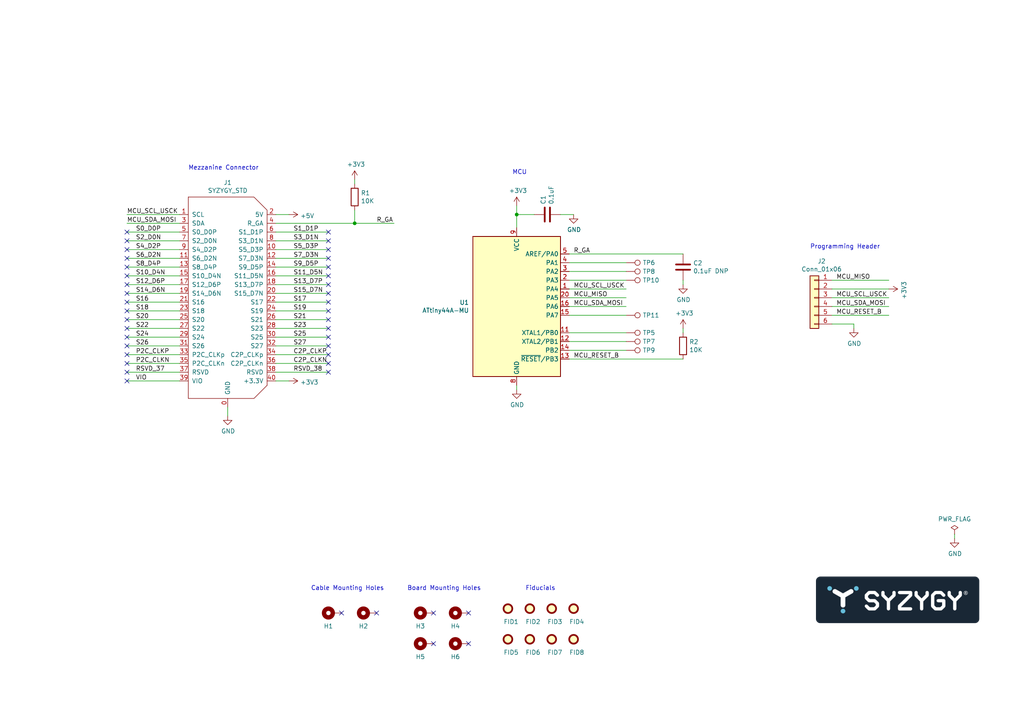
<source format=kicad_sch>
(kicad_sch (version 20211123) (generator eeschema)
  (paper "A4")
  (title_block (title "SZG-TEMPLATE-STD") (date "2021-04-01") (rev "A") (company "Opal Kelly Incorporated"))
  (lib_symbols
    (symbol "Connector:TestPoint" (pin_numbers hide) (pin_names (offset 0.762) hide)
      (property "Reference" "TP" (at 0 6.858 0))
      (property "Value" "TestPoint" (at 0 5.08 0))
      (symbol "TestPoint_0_1"
        (circle (center 0 3.302) (radius 0.762))
      )
      (symbol "TestPoint_1_1"
        (pin passive line (at 0 0 90) (length 2.54) (name "1") (number "1"))
      )
    )
    (symbol "Connector_Generic:Conn_01x06" (pin_names (offset 1.016) hide)
      (property "Reference" "J" (at 0 7.62 0))
      (property "Value" "Conn_01x06" (at 0 -10.16 0))
      (symbol "Conn_01x06_1_1"
        (rectangle (start -1.27 -7.493) (end 0 -7.747) (stroke (width 0.1524)))
        (rectangle (start -1.27 -4.953) (end 0 -5.207) (stroke (width 0.1524)))
        (rectangle (start -1.27 -2.413) (end 0 -2.667) (stroke (width 0.1524)))
        (rectangle (start -1.27 0.127) (end 0 -0.127) (stroke (width 0.1524)))
        (rectangle (start -1.27 2.667) (end 0 2.413) (stroke (width 0.1524)))
        (rectangle (start -1.27 5.207) (end 0 4.953) (stroke (width 0.1524)))
        (rectangle (start -1.27 6.35) (end 1.27 -8.89) (stroke (width 0.254)) (fill (type background)))
        (pin passive line (at -5.08 5.08 0) (length 3.81) (name "Pin_1") (number "1"))
        (pin passive line (at -5.08 2.54 0) (length 3.81) (name "Pin_2") (number "2"))
        (pin passive line (at -5.08 0 0) (length 3.81) (name "Pin_3") (number "3"))
        (pin passive line (at -5.08 -2.54 0) (length 3.81) (name "Pin_4") (number "4"))
        (pin passive line (at -5.08 -5.08 0) (length 3.81) (name "Pin_5") (number "5"))
        (pin passive line (at -5.08 -7.62 0) (length 3.81) (name "Pin_6") (number "6"))
      )
    )
    (symbol "Device:C" (pin_numbers hide) (pin_names (offset 0.254))
      (property "Reference" "C" (at 0.635 2.54 0))
      (property "Value" "C" (at 0.635 -2.54 0))
      (symbol "C_0_1"
        (polyline (pts (xy -2.032 -0.762) (xy 2.032 -0.762)) (stroke (width 0.508)))
        (polyline (pts (xy -2.032 0.762) (xy 2.032 0.762)) (stroke (width 0.508)))
      )
      (symbol "C_1_1"
        (pin passive line (at 0 3.81 270) (length 2.794) (name "~") (number "1"))
        (pin passive line (at 0 -3.81 90) (length 2.794) (name "~") (number "2"))
      )
    )
    (symbol "Device:R" (pin_numbers hide) (pin_names (offset 0))
      (property "Reference" "R" (at 2.032 0 90))
      (property "Value" "R" (at 0 0 90))
      (symbol "R_0_1"
        (rectangle (start -1.016 -2.54) (end 1.016 2.54) (stroke (width 0.254)))
      )
      (symbol "R_1_1"
        (pin passive line (at 0 3.81 270) (length 1.27) (name "~") (number "1"))
        (pin passive line (at 0 -3.81 90) (length 1.27) (name "~") (number "2"))
      )
    )
    (symbol "Mechanical:Fiducial"
      (property "Reference" "FID" (at 0 5.08 0))
      (property "Value" "Fiducial" (at 0 3.175 0))
      (symbol "Fiducial_0_1"
        (circle (center 0 0) (radius 1.27) (stroke (width 0.508)) (fill (type background)))
      )
    )
    (symbol "Mechanical:MountingHole_Pad" (pin_numbers hide) (pin_names (offset 1.016) hide)
      (property "Reference" "H" (at 0 6.35 0))
      (property "Value" "MountingHole_Pad" (at 0 4.445 0))
      (symbol "MountingHole_Pad_0_1"
        (circle (center 0 1.27) (radius 1.27) (stroke (width 1.27)))
      )
      (symbol "MountingHole_Pad_1_1"
        (pin input line (at 0 -2.54 90) (length 2.54) (name "1") (number "1"))
      )
    )
    (symbol "SYZYGY:SYZYGY_STD" (pin_names (offset 1.016))
      (property "Reference" "J" (at -10.16 30.48 0))
      (property "Value" "SYZYGY_STD" (at -10.16 27.94 0))
      (symbol "SYZYGY_STD_0_1"
        (polyline (pts (xy -11.43 26.67) (xy -11.43 -31.75) (xy 7.62 -31.75) (xy 11.43 -27.94)))
        (polyline (pts (xy 11.43 -27.94) (xy 11.43 22.86) (xy 7.62 26.67) (xy -11.43 26.67)))
      )
      (symbol "SYZYGY_STD_1_1"
        (pin passive line (at 0 -34.29 90) (length 2.54) (name "GND") (number "0"))
        (pin passive line (at -13.97 21.59 0) (length 2.54) (name "SCL") (number "1"))
        (pin passive line (at 13.97 11.43 180) (length 2.54) (name "S5_D3P") (number "10"))
        (pin passive line (at -13.97 8.89 0) (length 2.54) (name "S6_D2N") (number "11"))
        (pin passive line (at 13.97 8.89 180) (length 2.54) (name "S7_D3N") (number "12"))
        (pin passive line (at -13.97 6.35 0) (length 2.54) (name "S8_D4P") (number "13"))
        (pin passive line (at 13.97 6.35 180) (length 2.54) (name "S9_D5P") (number "14"))
        (pin passive line (at -13.97 3.81 0) (length 2.54) (name "S10_D4N") (number "15"))
        (pin passive line (at 13.97 3.81 180) (length 2.54) (name "S11_D5N") (number "16"))
        (pin passive line (at -13.97 1.27 0) (length 2.54) (name "S12_D6P") (number "17"))
        (pin passive line (at 13.97 1.27 180) (length 2.54) (name "S13_D7P") (number "18"))
        (pin passive line (at -13.97 -1.27 0) (length 2.54) (name "S14_D6N") (number "19"))
        (pin power_out line (at 13.97 21.59 180) (length 2.54) (name "5V") (number "2"))
        (pin passive line (at 13.97 -1.27 180) (length 2.54) (name "S15_D7N") (number "20"))
        (pin passive line (at -13.97 -3.81 0) (length 2.54) (name "S16") (number "21"))
        (pin passive line (at 13.97 -3.81 180) (length 2.54) (name "S17") (number "22"))
        (pin passive line (at -13.97 -6.35 0) (length 2.54) (name "S18") (number "23"))
        (pin passive line (at 13.97 -6.35 180) (length 2.54) (name "S19") (number "24"))
        (pin passive line (at -13.97 -8.89 0) (length 2.54) (name "S20") (number "25"))
        (pin passive line (at 13.97 -8.89 180) (length 2.54) (name "S21") (number "26"))
        (pin passive line (at -13.97 -11.43 0) (length 2.54) (name "S22") (number "27"))
        (pin passive line (at 13.97 -11.43 180) (length 2.54) (name "S23") (number "28"))
        (pin passive line (at -13.97 -13.97 0) (length 2.54) (name "S24") (number "29"))
        (pin passive line (at -13.97 19.05 0) (length 2.54) (name "SDA") (number "3"))
        (pin passive line (at 13.97 -13.97 180) (length 2.54) (name "S25") (number "30"))
        (pin passive line (at -13.97 -16.51 0) (length 2.54) (name "S26") (number "31"))
        (pin passive line (at 13.97 -16.51 180) (length 2.54) (name "S27") (number "32"))
        (pin passive line (at -13.97 -19.05 0) (length 2.54) (name "P2C_CLKp") (number "33"))
        (pin passive line (at 13.97 -19.05 180) (length 2.54) (name "C2P_CLKp") (number "34"))
        (pin passive line (at -13.97 -21.59 0) (length 2.54) (name "P2C_CLKn") (number "35"))
        (pin passive line (at 13.97 -21.59 180) (length 2.54) (name "C2P_CLKn") (number "36"))
        (pin passive line (at -13.97 -24.13 0) (length 2.54) (name "RSVD") (number "37"))
        (pin passive line (at 13.97 -24.13 180) (length 2.54) (name "RSVD") (number "38"))
        (pin power_out line (at -13.97 -26.67 0) (length 2.54) (name "VIO") (number "39"))
        (pin passive line (at 13.97 19.05 180) (length 2.54) (name "R_GA") (number "4"))
        (pin power_out line (at 13.97 -26.67 180) (length 2.54) (name "+3.3V") (number "40"))
        (pin passive line (at -13.97 16.51 0) (length 2.54) (name "S0_D0P") (number "5"))
        (pin passive line (at 13.97 16.51 180) (length 2.54) (name "S1_D1P") (number "6"))
        (pin passive line (at -13.97 13.97 0) (length 2.54) (name "S2_D0N") (number "7"))
        (pin passive line (at 13.97 13.97 180) (length 2.54) (name "S3_D1N") (number "8"))
        (pin passive line (at -13.97 11.43 0) (length 2.54) (name "S4_D2P") (number "9"))
      )
    )
    (symbol "SZG-TEMPLATE-STD-rescue:+3.3V-power" (power) (pin_names (offset 0))
      (property "Value" "+3.3V-power" (at 0 3.556 0))
      (symbol "+3.3V-power_0_1"
        (polyline (pts (xy -0.762 1.27) (xy 0 2.54)))
        (polyline (pts (xy 0 0) (xy 0 2.54)))
        (polyline (pts (xy 0 2.54) (xy 0.762 1.27)))
      )
      (symbol "+3.3V-power_1_1"
        (pin power_in line (at 0 0 90) (length 0) hide (name "+3V3") (number "1"))
      )
    )
    (symbol "SZG-TEMPLATE-STD:+3.3V-power" (power) (pin_names (offset 0))
      (property "Value" "+3.3V-power" (at 0 3.556 0))
      (symbol "+3.3V-power_0_1"
        (polyline (pts (xy -0.762 1.27) (xy 0 2.54)))
        (polyline (pts (xy 0 0) (xy 0 2.54)))
        (polyline (pts (xy 0 2.54) (xy 0.762 1.27)))
      )
      (symbol "+3.3V-power_1_1"
        (pin power_in line (at 0 0 90) (length 0) hide (name "+3V3") (number "1"))
      )
    )
    (symbol "SZG-TEMPLATE-STD:ATtiny44A-MU-MCU_Microchip_ATtiny"
      (property "Reference" "U" (at -12.7 21.59 0))
      (property "Value" "ATtiny44A-MU-MCU_Microchip_ATtiny" (at 2.54 -21.59 0))
      (symbol "ATtiny44A-MU-MCU_Microchip_ATtiny_0_1"
        (rectangle (start -12.7 -20.32) (end 12.7 20.32) (stroke (width 0.254)) (fill (type background)))
      )
      (symbol "ATtiny44A-MU-MCU_Microchip_ATtiny_1_1"
        (pin bidirectional line (at 15.24 5.08 180) (length 2.54) (name "PA4") (number "1"))
        (pin no_connect line (at -12.7 -10.16 0) (length 2.54) hide (name "NC") (number "10"))
        (pin bidirectional line (at 15.24 -7.62 180) (length 2.54) (name "XTAL1/PB0") (number "11"))
        (pin bidirectional line (at 15.24 -10.16 180) (length 2.54) (name "XTAL2/PB1") (number "12"))
        (pin bidirectional line (at 15.24 -15.24 180) (length 2.54) (name "~{RESET}/PB3") (number "13"))
        (pin bidirectional line (at 15.24 -12.7 180) (length 2.54) (name "PB2") (number "14"))
        (pin bidirectional line (at 15.24 -2.54 180) (length 2.54) (name "PA7") (number "15"))
        (pin bidirectional line (at 15.24 0 180) (length 2.54) (name "PA6") (number "16"))
        (pin no_connect line (at -12.7 -12.7 0) (length 2.54) hide (name "NC") (number "17"))
        (pin no_connect line (at -12.7 -15.24 0) (length 2.54) hide (name "NC") (number "18"))
        (pin no_connect line (at -12.7 -17.78 0) (length 2.54) hide (name "NC") (number "19"))
        (pin bidirectional line (at 15.24 7.62 180) (length 2.54) (name "PA3") (number "2"))
        (pin bidirectional line (at 15.24 2.54 180) (length 2.54) (name "PA5") (number "20"))
        (pin passive line (at 0 -22.86 90) (length 2.54) hide (name "GND") (number "21"))
        (pin bidirectional line (at 15.24 10.16 180) (length 2.54) (name "PA2") (number "3"))
        (pin bidirectional line (at 15.24 12.7 180) (length 2.54) (name "PA1") (number "4"))
        (pin bidirectional line (at 15.24 15.24 180) (length 2.54) (name "AREF/PA0") (number "5"))
        (pin no_connect line (at -12.7 -5.08 0) (length 2.54) hide (name "NC") (number "6"))
        (pin no_connect line (at -12.7 -7.62 0) (length 2.54) hide (name "NC") (number "7"))
        (pin power_in line (at 0 -22.86 90) (length 2.54) (name "GND") (number "8"))
        (pin power_in line (at 0 22.86 270) (length 2.54) (name "VCC") (number "9"))
      )
    )
    (symbol "power:+5V" (power) (pin_names (offset 0))
      (property "Value" "+5V" (at 0 3.556 0))
      (symbol "+5V_0_1"
        (polyline (pts (xy -0.762 1.27) (xy 0 2.54)))
        (polyline (pts (xy 0 0) (xy 0 2.54)))
        (polyline (pts (xy 0 2.54) (xy 0.762 1.27)))
      )
      (symbol "+5V_1_1"
        (pin power_in line (at 0 0 90) (length 0) hide (name "+5V") (number "1"))
      )
    )
    (symbol "power:GND" (power) (pin_names (offset 0))
      (property "Value" "GND" (at 0 -3.81 0))
      (symbol "GND_0_1"
        (polyline (pts (xy 0 0) (xy 0 -1.27) (xy 1.27 -1.27) (xy 0 -2.54) (xy -1.27 -1.27) (xy 0 -1.27)))
      )
      (symbol "GND_1_1"
        (pin power_in line (at 0 0 270) (length 0) hide (name "GND") (number "1"))
      )
    )
    (symbol "power:PWR_FLAG" (power) (pin_numbers hide) (pin_names (offset 0) hide)
      (property "Value" "PWR_FLAG" (at 0 3.81 0))
      (symbol "PWR_FLAG_0_0"
        (pin power_out line (at 0 0 90) (length 0) (name "pwr") (number "1"))
      )
      (symbol "PWR_FLAG_0_1"
        (polyline (pts (xy 0 0) (xy 0 1.27) (xy -1.016 1.905) (xy 0 2.54) (xy 1.016 1.905) (xy 0 1.27)))
      )
    )
  )
  (junction (at 149.86 62.23))
  (junction (at 102.87 64.77))
  (no_connect (at 36.83 82.55))
  (no_connect (at 36.83 105.41))
  (no_connect (at 95.25 85.09))
  (no_connect (at 95.25 107.95))
  (no_connect (at 36.83 107.95))
  (no_connect (at 95.25 100.33))
  (no_connect (at 95.25 69.85))
  (no_connect (at 36.83 95.25))
  (no_connect (at 36.83 87.63))
  (no_connect (at 95.25 74.93))
  (no_connect (at 95.25 102.87))
  (no_connect (at 95.25 105.41))
  (no_connect (at 36.83 97.79))
  (no_connect (at 125.73 177.8))
  (no_connect (at 135.89 177.8))
  (no_connect (at 36.83 77.47))
  (no_connect (at 36.83 67.31))
  (no_connect (at 95.25 92.71))
  (no_connect (at 95.25 72.39))
  (no_connect (at 36.83 92.71))
  (no_connect (at 95.25 95.25))
  (no_connect (at 95.25 77.47))
  (no_connect (at 36.83 74.93))
  (no_connect (at 99.06 177.8))
  (no_connect (at 36.83 85.09))
  (no_connect (at 109.22 177.8))
  (no_connect (at 95.25 90.17))
  (no_connect (at 135.89 186.69))
  (no_connect (at 95.25 87.63))
  (no_connect (at 36.83 90.17))
  (no_connect (at 36.83 102.87))
  (no_connect (at 36.83 110.49))
  (no_connect (at 36.83 72.39))
  (no_connect (at 125.73 186.69))
  (no_connect (at 36.83 69.85))
  (no_connect (at 36.83 80.01))
  (no_connect (at 95.25 80.01))
  (no_connect (at 95.25 97.79))
  (no_connect (at 36.83 100.33))
  (no_connect (at 95.25 67.31))
  (no_connect (at 95.25 82.55))
  (wire (pts (xy 36.83 72.39) (xy 52.07 72.39)))
  (wire (pts (xy 66.04 118.11) (xy 66.04 120.65)))
  (wire (pts (xy 165.1 86.36) (xy 181.61 86.36)))
  (wire (pts (xy 80.01 90.17) (xy 95.25 90.17)))
  (wire (pts (xy 165.1 81.28) (xy 181.61 81.28)))
  (wire (pts (xy 36.83 82.55) (xy 52.07 82.55)))
  (wire (pts (xy 181.61 99.06) (xy 165.1 99.06)))
  (wire (pts (xy 102.87 64.77) (xy 102.87 60.96)))
  (wire (pts (xy 36.83 102.87) (xy 52.07 102.87)))
  (wire (pts (xy 36.83 95.25) (xy 52.07 95.25)))
  (wire (pts (xy 198.12 73.66) (xy 165.1 73.66)))
  (wire (pts (xy 36.83 85.09) (xy 52.07 85.09)))
  (wire (pts (xy 36.83 107.95) (xy 52.07 107.95)))
  (wire (pts (xy 36.83 90.17) (xy 52.07 90.17)))
  (wire (pts (xy 165.1 88.9) (xy 181.61 88.9)))
  (wire (pts (xy 149.86 62.23) (xy 149.86 66.04)))
  (wire (pts (xy 80.01 105.41) (xy 95.25 105.41)))
  (wire (pts (xy 241.3 81.28) (xy 257.81 81.28)))
  (wire (pts (xy 36.83 67.31) (xy 52.07 67.31)))
  (wire (pts (xy 165.1 76.2) (xy 181.61 76.2)))
  (wire (pts (xy 198.12 96.52) (xy 198.12 95.25)))
  (wire (pts (xy 80.01 110.49) (xy 83.82 110.49)))
  (wire (pts (xy 181.61 78.74) (xy 165.1 78.74)))
  (wire (pts (xy 80.01 67.31) (xy 95.25 67.31)))
  (wire (pts (xy 149.86 62.23) (xy 154.94 62.23)))
  (wire (pts (xy 165.1 96.52) (xy 181.61 96.52)))
  (wire (pts (xy 241.3 93.98) (xy 247.65 93.98)))
  (wire (pts (xy 52.07 110.49) (xy 36.83 110.49)))
  (wire (pts (xy 165.1 104.14) (xy 198.12 104.14)))
  (wire (pts (xy 80.01 85.09) (xy 95.25 85.09)))
  (wire (pts (xy 36.83 100.33) (xy 52.07 100.33)))
  (wire (pts (xy 80.01 82.55) (xy 95.25 82.55)))
  (wire (pts (xy 80.01 92.71) (xy 95.25 92.71)))
  (wire (pts (xy 181.61 91.44) (xy 165.1 91.44)))
  (wire (pts (xy 149.86 59.69) (xy 149.86 62.23)))
  (wire (pts (xy 276.86 156.21) (xy 276.86 154.94)))
  (wire (pts (xy 241.3 91.44) (xy 257.81 91.44)))
  (wire (pts (xy 80.01 95.25) (xy 95.25 95.25)))
  (wire (pts (xy 241.3 88.9) (xy 257.81 88.9)))
  (wire (pts (xy 80.01 100.33) (xy 95.25 100.33)))
  (wire (pts (xy 80.01 62.23) (xy 83.82 62.23)))
  (wire (pts (xy 247.65 93.98) (xy 247.65 95.25)))
  (wire (pts (xy 198.12 81.28) (xy 198.12 82.55)))
  (wire (pts (xy 80.01 64.77) (xy 102.87 64.77)))
  (wire (pts (xy 241.3 83.82) (xy 257.81 83.82)))
  (wire (pts (xy 165.1 83.82) (xy 181.61 83.82)))
  (wire (pts (xy 36.83 105.41) (xy 52.07 105.41)))
  (wire (pts (xy 36.83 74.93) (xy 52.07 74.93)))
  (wire (pts (xy 36.83 62.23) (xy 52.07 62.23)))
  (wire (pts (xy 241.3 86.36) (xy 257.81 86.36)))
  (wire (pts (xy 36.83 97.79) (xy 52.07 97.79)))
  (wire (pts (xy 36.83 92.71) (xy 52.07 92.71)))
  (wire (pts (xy 80.01 97.79) (xy 95.25 97.79)))
  (wire (pts (xy 80.01 87.63) (xy 95.25 87.63)))
  (wire (pts (xy 80.01 74.93) (xy 95.25 74.93)))
  (wire (pts (xy 162.56 62.23) (xy 166.37 62.23)))
  (wire (pts (xy 149.86 113.03) (xy 149.86 111.76)))
  (wire (pts (xy 80.01 72.39) (xy 95.25 72.39)))
  (wire (pts (xy 36.83 87.63) (xy 52.07 87.63)))
  (wire (pts (xy 102.87 64.77) (xy 114.3 64.77)))
  (wire (pts (xy 36.83 80.01) (xy 52.07 80.01)))
  (wire (pts (xy 80.01 77.47) (xy 95.25 77.47)))
  (wire (pts (xy 102.87 53.34) (xy 102.87 52.07)))
  (wire (pts (xy 36.83 69.85) (xy 52.07 69.85)))
  (wire (pts (xy 80.01 69.85) (xy 95.25 69.85)))
  (wire (pts (xy 80.01 80.01) (xy 95.25 80.01)))
  (wire (pts (xy 36.83 77.47) (xy 52.07 77.47)))
  (wire (pts (xy 165.1 101.6) (xy 181.61 101.6)))
  (wire (pts (xy 80.01 102.87) (xy 95.25 102.87)))
  (wire (pts (xy 80.01 107.95) (xy 95.25 107.95)))
  (wire (pts (xy 36.83 64.77) (xy 52.07 64.77)))
  (image (at 260.35 173.99) (scale 0.8))
  (text "Cable Mounting Holes" (at 90.17 171.45 0) (effects (font (size 1.27 1.27)) (justify left bottom)))
  (text "Board Mounting Holes" (at 118.11 171.45 0) (effects (font (size 1.27 1.27)) (justify left bottom)))
  (text "Fiducials" (at 152.4 171.45 0) (effects (font (size 1.27 1.27)) (justify left bottom)))
  (text "MCU" (at 148.59 50.8 0) (effects (font (size 1.27 1.27)) (justify left bottom)))
  (text "Programming Header" (at 234.95 72.39 0) (effects (font (size 1.27 1.27)) (justify left bottom)))
  (text "Mezzanine Connector" (at 54.61 49.53 0) (effects (font (size 1.27 1.27)) (justify left bottom)))
  (label "MCU_SCL_USCK" (at 166.37 83.82 0))
  (label "R_GA" (at 166.37 73.66 0))
  (label "S15_D7N" (at 85.09 85.09 0))
  (label "S23" (at 85.09 95.25 0))
  (label "S20" (at 39.37 92.71 0))
  (label "C2P_CLKN" (at 85.09 105.41 0))
  (label "MCU_RESET_B" (at 242.57 91.44 0))
  (label "S21" (at 85.09 92.71 0))
  (label "S2_D0N" (at 39.37 69.85 0))
  (label "MCU_RESET_B" (at 166.37 104.14 0))
  (label "S24" (at 39.37 97.79 0))
  (label "S5_D3P" (at 85.09 72.39 0))
  (label "S9_D5P" (at 85.09 77.47 0))
  (label "MCU_SDA_MOSI" (at 166.37 88.9 0))
  (label "S18" (at 39.37 90.17 0))
  (label "RSVD_37" (at 39.37 107.95 0))
  (label "S25" (at 85.09 97.79 0))
  (label "S22" (at 39.37 95.25 0))
  (label "MCU_SCL_USCK" (at 36.83 62.23 0))
  (label "S0_D0P" (at 39.37 67.31 0))
  (label "RSVD_38" (at 85.09 107.95 0))
  (label "S16" (at 39.37 87.63 0))
  (label "S19" (at 85.09 90.17 0))
  (label "S10_D4N" (at 39.37 80.01 0))
  (label "P2C_CLKN" (at 39.37 105.41 0))
  (label "S7_D3N" (at 85.09 74.93 0))
  (label "S6_D2N" (at 39.37 74.93 0))
  (label "MCU_SCL_USCK" (at 242.57 86.36 0))
  (label "S27" (at 85.09 100.33 0))
  (label "S12_D6P" (at 39.37 82.55 0))
  (label "S11_D5N" (at 85.09 80.01 0))
  (label "MCU_MISO" (at 166.37 86.36 0))
  (label "R_GA" (at 109.22 64.77 0))
  (label "S13_D7P" (at 85.09 82.55 0))
  (label "S14_D6N" (at 39.37 85.09 0))
  (label "S26" (at 39.37 100.33 0))
  (label "MCU_SDA_MOSI" (at 36.83 64.77 0))
  (label "MCU_SDA_MOSI" (at 242.57 88.9 0))
  (label "P2C_CLKP" (at 39.37 102.87 0))
  (label "S4_D2P" (at 39.37 72.39 0))
  (label "MCU_MISO" (at 242.57 81.28 0))
  (label "S3_D1N" (at 85.09 69.85 0))
  (label "S1_D1P" (at 85.09 67.31 0))
  (label "S8_D4P" (at 39.37 77.47 0))
  (label "VIO" (at 39.37 110.49 0))
  (label "S17" (at 85.09 87.63 0))
  (label "C2P_CLKP" (at 85.09 102.87 0))
  (symbol (lib_id "SZG-TEMPLATE-STD:ATtiny44A-MU-MCU_Microchip_ATtiny") (at 149.86 88.9 0) (unit 1)
    (property "Reference" "U1" (at 136.0424 87.7316 0) (effects (justify right)))
    (property "Value" "ATtiny44A-MU" (at 136.0424 90.043 0) (effects (justify right)))
    (property "Footprint" "SYZYGY:QFN-24-4x4mm" (effects hide))
    (property "Datasheet" "http://ww1.microchip.com/downloads/en/DeviceDoc/doc8183.pdf" (effects hide))
    (property "Manufacturer" "Microchip" (effects hide))
    (property "Manufacturer_PN" "ATTINY44A-MU" (effects hide))
  )
  (symbol (lib_id "power:GND") (at 66.04 120.65 0) (unit 1)
    (property "Reference" "#PWR0101" (effects hide))
    (property "Value" "GND" (at 66.167 125.0442 0))
  )
  (symbol (lib_id "power:+5V") (at 83.82 62.23 270) (unit 1)
    (property "Reference" "#PWR0102" (effects hide))
    (property "Value" "+5V" (at 87.0712 62.611 90) (effects (justify left)))
  )
  (symbol (lib_id "SZG-TEMPLATE-STD-rescue:+3.3V-power") (at 83.82 110.49 270) (unit 1)
    (property "Reference" "#PWR0103" (effects hide))
    (property "Value" "+3.3V" (at 87.0712 110.871 90) (effects (justify left)))
  )
  (symbol (lib_id "SZG-TEMPLATE-STD-rescue:+3.3V-power") (at 257.81 83.82 270) (unit 1)
    (property "Reference" "#PWR0110" (effects hide))
    (property "Value" "+3.3V" (at 262.2042 84.201 0))
  )
  (symbol (lib_id "power:GND") (at 247.65 95.25 0) (unit 1)
    (property "Reference" "#PWR0111" (effects hide))
    (property "Value" "GND" (at 247.777 99.6442 0))
  )
  (symbol (lib_id "Connector_Generic:Conn_01x06") (at 236.22 86.36 0) (mirror y) (unit 1)
    (property "Reference" "J2" (at 238.3028 75.7682 0))
    (property "Value" "Conn_01x06" (at 238.3028 78.0796 0))
    (property "Footprint" "SYZYGY:Tag-Connect_TC2030-IDC-FP_2x03_P1.27mm_Vertical" (effects hide))
  )
  (symbol (lib_id "Device:R") (at 102.87 57.15 0) (unit 1)
    (property "Reference" "R1" (at 104.648 55.9816 0) (effects (justify left)))
    (property "Value" "10K" (at 104.648 58.293 0) (effects (justify left)))
    (property "Footprint" "Resistor_SMD:R_0402_1005Metric" (effects hide))
  )
  (symbol (lib_id "power:GND") (at 149.86 113.03 0) (unit 1)
    (property "Reference" "#PWR0112" (effects hide))
    (property "Value" "GND" (at 149.987 117.4242 0))
  )
  (symbol (lib_id "SZG-TEMPLATE-STD:+3.3V-power") (at 102.87 52.07 0) (unit 1)
    (property "Reference" "#PWR0104" (effects hide))
    (property "Value" "+3.3V" (at 103.251 47.6758 0))
  )
  (symbol (lib_id "Device:C") (at 158.75 62.23 90) (unit 1)
    (property "Reference" "C1" (at 157.5816 59.309 0) (effects (justify left)))
    (property "Value" "0.1uF" (at 159.893 59.309 0) (effects (justify left)))
    (property "Footprint" "Capacitor_SMD:C_0402_1005Metric" (effects hide))
  )
  (symbol (lib_id "SYZYGY:SYZYGY_STD") (at 66.04 83.82 0) (unit 1)
    (property "Reference" "J1" (at 66.04 52.959 0))
    (property "Value" "SYZYGY_STD" (at 66.04 55.2704 0))
    (property "Footprint" "SYZYGY:QTE-020-01-F-D-A" (effects hide))
    (property "Datasheet" "http://suddendocs.samtec.com/catalog_english/qte.pdf" (effects hide))
    (property "Manufacturer" "Samtec" (effects hide))
    (property "Manufacturer_PN" "QTE-020-01-F-D-A" (effects hide))
  )
  (symbol (lib_id "Device:C") (at 198.12 77.47 0) (unit 1)
    (property "Reference" "C2" (at 201.041 76.3016 0) (effects (justify left)))
    (property "Value" "0.1uF DNP" (at 201.041 78.613 0) (effects (justify left)))
    (property "Footprint" "Capacitor_SMD:C_0402_1005Metric" (effects hide))
  )
  (symbol (lib_id "power:GND") (at 166.37 62.23 0) (unit 1)
    (property "Reference" "#PWR0106" (effects hide))
    (property "Value" "GND" (at 166.497 66.6242 0))
  )
  (symbol (lib_id "power:GND") (at 198.12 82.55 0) (unit 1)
    (property "Reference" "#PWR0107" (effects hide))
    (property "Value" "GND" (at 198.247 86.9442 0))
  )
  (symbol (lib_id "SZG-TEMPLATE-STD-rescue:+3.3V-power") (at 149.86 59.69 0) (unit 1)
    (property "Reference" "#PWR0108" (effects hide))
    (property "Value" "+3.3V" (at 150.241 55.2958 0))
  )
  (symbol (lib_id "Device:R") (at 198.12 100.33 0) (unit 1)
    (property "Reference" "R2" (at 199.898 99.1616 0) (effects (justify left)))
    (property "Value" "10K" (at 199.898 101.473 0) (effects (justify left)))
    (property "Footprint" "Resistor_SMD:R_0402_1005Metric" (effects hide))
  )
  (symbol (lib_id "SZG-TEMPLATE-STD-rescue:+3.3V-power") (at 198.12 95.25 0) (unit 1)
    (property "Reference" "#PWR0109" (effects hide))
    (property "Value" "+3.3V" (at 198.501 90.8558 0))
  )
  (symbol (lib_id "Connector:TestPoint") (at 181.61 76.2 270) (unit 1)
    (property "Reference" "TP6" (at 186.3852 76.2 90) (effects (justify left)))
    (property "Value" "TestPoint" (effects hide))
    (property "Footprint" "SYZYGY:TestPoint-20mil" (effects hide))
  )
  (symbol (lib_id "Connector:TestPoint") (at 181.61 78.74 270) (unit 1)
    (property "Reference" "TP8" (at 186.3852 78.74 90) (effects (justify left)))
    (property "Value" "TestPoint" (effects hide))
    (property "Footprint" "SYZYGY:TestPoint-20mil" (effects hide))
  )
  (symbol (lib_id "Connector:TestPoint") (at 181.61 81.28 270) (unit 1)
    (property "Reference" "TP10" (at 186.3852 81.28 90) (effects (justify left)))
    (property "Value" "TestPoint" (effects hide))
    (property "Footprint" "SYZYGY:TestPoint-20mil" (effects hide))
  )
  (symbol (lib_id "Connector:TestPoint") (at 181.61 91.44 270) (unit 1)
    (property "Reference" "TP11" (at 186.3852 91.44 90) (effects (justify left)))
    (property "Value" "TestPoint" (effects hide))
    (property "Footprint" "SYZYGY:TestPoint-20mil" (effects hide))
  )
  (symbol (lib_id "Connector:TestPoint") (at 181.61 96.52 270) (unit 1)
    (property "Reference" "TP5" (at 186.3852 96.52 90) (effects (justify left)))
    (property "Value" "TestPoint" (effects hide))
    (property "Footprint" "SYZYGY:TestPoint-20mil" (effects hide))
  )
  (symbol (lib_id "Connector:TestPoint") (at 181.61 99.06 270) (unit 1)
    (property "Reference" "TP7" (at 186.3852 99.06 90) (effects (justify left)))
    (property "Value" "TestPoint" (effects hide))
    (property "Footprint" "SYZYGY:TestPoint-20mil" (effects hide))
  )
  (symbol (lib_id "Connector:TestPoint") (at 181.61 101.6 270) (unit 1)
    (property "Reference" "TP9" (at 186.3852 101.6 90) (effects (justify left)))
    (property "Value" "TestPoint" (effects hide))
    (property "Footprint" "SYZYGY:TestPoint-20mil" (effects hide))
  )
  (symbol (lib_id "Mechanical:MountingHole_Pad") (at 133.35 186.69 90) (unit 1)
    (property "Reference" "H6" (at 132.08 190.5 90))
    (property "Value" "MountingHole_Pad" (effects hide))
    (property "Footprint" "SYZYGY:MountingHole_3.2mm_M3_6.5mm_Pad_TopBottom" (effects hide))
  )
  (symbol (lib_id "Mechanical:Fiducial") (at 147.32 176.53 0) (unit 1)
    (property "Reference" "FID1" (at 146.05 180.34 0) (effects (justify left)))
    (property "Value" "Fiducial" (effects hide))
    (property "Footprint" "Fiducial:Fiducial_1mm_Mask2mm" (effects hide))
  )
  (symbol (lib_id "Mechanical:MountingHole_Pad") (at 133.35 177.8 90) (unit 1)
    (property "Reference" "H4" (at 132.08 181.61 90))
    (property "Value" "MountingHole_Pad" (effects hide))
    (property "Footprint" "SYZYGY:MountingHole_3.2mm_M3_6.5mm_Pad_TopBottom" (effects hide))
  )
  (symbol (lib_id "Mechanical:MountingHole_Pad") (at 123.19 177.8 90) (unit 1)
    (property "Reference" "H3" (at 121.92 181.61 90))
    (property "Value" "MountingHole_Pad" (effects hide))
    (property "Footprint" "SYZYGY:MountingHole_3.2mm_M3_6.5mm_Pad_TopBottom" (effects hide))
  )
  (symbol (lib_id "Mechanical:MountingHole_Pad") (at 123.19 186.69 90) (unit 1)
    (property "Reference" "H5" (at 121.92 190.5 90))
    (property "Value" "MountingHole_Pad" (effects hide))
    (property "Footprint" "SYZYGY:MountingHole_3.2mm_M3_6.5mm_Pad_TopBottom" (effects hide))
  )
  (symbol (lib_id "Mechanical:MountingHole_Pad") (at 106.68 177.8 90) (unit 1)
    (property "Reference" "H2" (at 105.41 181.61 90))
    (property "Value" "MountingHole_Pad" (effects hide))
    (property "Footprint" "SYZYGY:MountingHole_3.2mm_M3_6.5mm_Pad_TopBottom" (effects hide))
  )
  (symbol (lib_id "Mechanical:MountingHole_Pad") (at 96.52 177.8 90) (unit 1)
    (property "Reference" "H1" (at 95.25 181.61 90))
    (property "Value" "MountingHole_Pad" (effects hide))
    (property "Footprint" "SYZYGY:MountingHole_3.2mm_M3_6.5mm_Pad_TopBottom" (effects hide))
  )
  (symbol (lib_id "Mechanical:Fiducial") (at 153.67 176.53 0) (unit 1)
    (property "Reference" "FID2" (at 152.4 180.34 0) (effects (justify left)))
    (property "Value" "Fiducial" (effects hide))
    (property "Footprint" "Fiducial:Fiducial_1mm_Mask2mm" (effects hide))
  )
  (symbol (lib_id "Mechanical:Fiducial") (at 160.02 176.53 0) (unit 1)
    (property "Reference" "FID3" (at 158.75 180.34 0) (effects (justify left)))
    (property "Value" "Fiducial" (effects hide))
    (property "Footprint" "Fiducial:Fiducial_1mm_Mask2mm" (effects hide))
  )
  (symbol (lib_id "Mechanical:Fiducial") (at 166.37 176.53 0) (unit 1)
    (property "Reference" "FID4" (at 165.1 180.34 0) (effects (justify left)))
    (property "Value" "Fiducial" (effects hide))
    (property "Footprint" "Fiducial:Fiducial_1mm_Mask2mm" (effects hide))
  )
  (symbol (lib_id "Mechanical:Fiducial") (at 147.32 185.42 0) (unit 1)
    (property "Reference" "FID5" (at 146.05 189.23 0) (effects (justify left)))
    (property "Value" "Fiducial" (effects hide))
    (property "Footprint" "Fiducial:Fiducial_1mm_Mask2mm" (effects hide))
  )
  (symbol (lib_id "Mechanical:Fiducial") (at 153.67 185.42 0) (unit 1)
    (property "Reference" "FID6" (at 152.4 189.23 0) (effects (justify left)))
    (property "Value" "Fiducial" (effects hide))
    (property "Footprint" "Fiducial:Fiducial_1mm_Mask2mm" (effects hide))
  )
  (symbol (lib_id "Mechanical:Fiducial") (at 160.02 185.42 0) (unit 1)
    (property "Reference" "FID7" (at 158.75 189.23 0) (effects (justify left)))
    (property "Value" "Fiducial" (effects hide))
    (property "Footprint" "Fiducial:Fiducial_1mm_Mask2mm" (effects hide))
  )
  (symbol (lib_id "Mechanical:Fiducial") (at 166.37 185.42 0) (unit 1)
    (property "Reference" "FID8" (at 165.1 189.23 0) (effects (justify left)))
    (property "Value" "Fiducial" (effects hide))
    (property "Footprint" "Fiducial:Fiducial_1mm_Mask2mm" (effects hide))
  )
  (symbol (lib_id "power:PWR_FLAG") (at 276.86 154.94 0) (unit 1)
    (property "Reference" "#FLG0101" (effects hide))
    (property "Value" "PWR_FLAG" (at 276.86 150.5458 0))
  )
  (symbol (lib_id "power:GND") (at 276.86 156.21 0) (unit 1)
    (property "Reference" "#PWR0105" (effects hide))
    (property "Value" "GND" (at 276.987 160.6042 0))
  )
)
</source>
